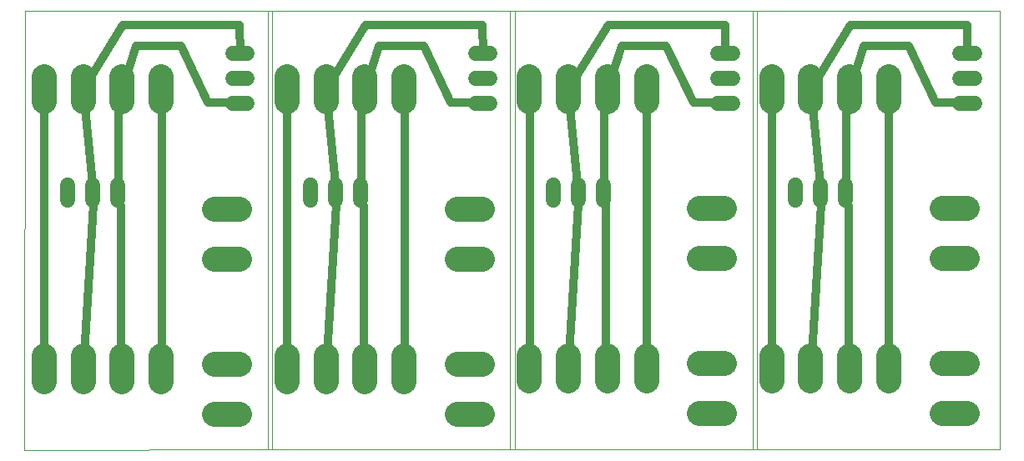
<source format=gtl>
G75*
%MOIN*%
%OFA0B0*%
%FSLAX25Y25*%
%IPPOS*%
%LPD*%
%AMOC8*
5,1,8,0,0,1.08239X$1,22.5*
%
%ADD10C,0.00000*%
%ADD11C,0.06000*%
%ADD12C,0.10039*%
%ADD13C,0.05937*%
%ADD14C,0.10000*%
%ADD15C,0.03200*%
D10*
X0001000Y0001000D02*
X0001200Y0176576D01*
X0099901Y0176576D01*
X0099901Y0001300D01*
X0001000Y0001000D01*
X0098213Y0001300D02*
X0098213Y0176576D01*
X0196914Y0176576D01*
X0196914Y0001300D01*
X0098213Y0001300D01*
X0195006Y0001370D02*
X0195006Y0176646D01*
X0293707Y0176646D01*
X0293707Y0001370D01*
X0195006Y0001370D01*
X0291809Y0001370D02*
X0291809Y0176646D01*
X0390510Y0176646D01*
X0390510Y0001370D01*
X0291809Y0001370D01*
D11*
X0308935Y0100929D02*
X0308935Y0106929D01*
X0318935Y0106929D02*
X0318935Y0100929D01*
X0328935Y0100929D02*
X0328935Y0106929D01*
X0232132Y0106929D02*
X0232132Y0100929D01*
X0222132Y0100929D02*
X0222132Y0106929D01*
X0212132Y0106929D02*
X0212132Y0100929D01*
X0135339Y0100859D02*
X0135339Y0106859D01*
X0125339Y0106859D02*
X0125339Y0100859D01*
X0115339Y0100859D02*
X0115339Y0106859D01*
X0038326Y0106859D02*
X0038326Y0100859D01*
X0028326Y0100859D02*
X0028326Y0106859D01*
X0018326Y0106859D02*
X0018326Y0100859D01*
D12*
X0024468Y0140217D02*
X0024468Y0150257D01*
X0040058Y0150257D02*
X0040058Y0140217D01*
X0055649Y0140217D02*
X0055649Y0150257D01*
X0008877Y0150257D02*
X0008877Y0140217D01*
X0105890Y0140217D02*
X0105890Y0150257D01*
X0121481Y0150257D02*
X0121481Y0140217D01*
X0137071Y0140217D02*
X0137071Y0150257D01*
X0152662Y0150257D02*
X0152662Y0140217D01*
X0202683Y0140287D02*
X0202683Y0150327D01*
X0218274Y0150327D02*
X0218274Y0140287D01*
X0233864Y0140287D02*
X0233864Y0150327D01*
X0249455Y0150327D02*
X0249455Y0140287D01*
X0299486Y0140287D02*
X0299486Y0150327D01*
X0315077Y0150327D02*
X0315077Y0140287D01*
X0330667Y0140287D02*
X0330667Y0150327D01*
X0346258Y0150327D02*
X0346258Y0140287D01*
X0346258Y0038516D02*
X0346258Y0028476D01*
X0330667Y0028476D02*
X0330667Y0038516D01*
X0315077Y0038516D02*
X0315077Y0028476D01*
X0299486Y0028476D02*
X0299486Y0038516D01*
X0249455Y0038516D02*
X0249455Y0028476D01*
X0233864Y0028476D02*
X0233864Y0038516D01*
X0218274Y0038516D02*
X0218274Y0028476D01*
X0202683Y0028476D02*
X0202683Y0038516D01*
X0152662Y0038446D02*
X0152662Y0028406D01*
X0137071Y0028406D02*
X0137071Y0038446D01*
X0121481Y0038446D02*
X0121481Y0028406D01*
X0105890Y0028406D02*
X0105890Y0038446D01*
X0055649Y0038446D02*
X0055649Y0028406D01*
X0040058Y0028406D02*
X0040058Y0038446D01*
X0024468Y0038446D02*
X0024468Y0028406D01*
X0008877Y0028406D02*
X0008877Y0038446D01*
D13*
X0084137Y0139450D02*
X0090074Y0139450D01*
X0090074Y0149450D02*
X0084137Y0149450D01*
X0084137Y0159450D02*
X0090074Y0159450D01*
X0181150Y0159450D02*
X0187087Y0159450D01*
X0187087Y0149450D02*
X0181150Y0149450D01*
X0181150Y0139450D02*
X0187087Y0139450D01*
X0277943Y0139520D02*
X0283880Y0139520D01*
X0283880Y0149520D02*
X0277943Y0149520D01*
X0277943Y0159520D02*
X0283880Y0159520D01*
X0374746Y0159520D02*
X0380683Y0159520D01*
X0380683Y0149520D02*
X0374746Y0149520D01*
X0374746Y0139520D02*
X0380683Y0139520D01*
D14*
X0377518Y0097488D02*
X0367518Y0097488D01*
X0367518Y0077488D02*
X0377518Y0077488D01*
X0377518Y0035488D02*
X0367518Y0035488D01*
X0367518Y0015488D02*
X0377518Y0015488D01*
X0280715Y0015488D02*
X0270715Y0015488D01*
X0270715Y0035488D02*
X0280715Y0035488D01*
X0280715Y0077488D02*
X0270715Y0077488D01*
X0270715Y0097488D02*
X0280715Y0097488D01*
X0183922Y0097418D02*
X0173922Y0097418D01*
X0173922Y0077418D02*
X0183922Y0077418D01*
X0183922Y0035418D02*
X0173922Y0035418D01*
X0173922Y0015418D02*
X0183922Y0015418D01*
X0086909Y0015418D02*
X0076909Y0015418D01*
X0076909Y0035418D02*
X0086909Y0035418D01*
X0086909Y0077418D02*
X0076909Y0077418D01*
X0076909Y0097418D02*
X0086909Y0097418D01*
D15*
X0125550Y0099363D02*
X0125339Y0103859D01*
X0125550Y0103900D01*
X0121613Y0144700D01*
X0121481Y0145237D01*
X0121613Y0145300D01*
X0137381Y0170911D01*
X0184013Y0170911D01*
X0184119Y0159450D01*
X0171413Y0139900D02*
X0160519Y0162606D01*
X0142707Y0162606D01*
X0137213Y0145300D01*
X0137071Y0145237D01*
X0136613Y0144700D01*
X0135750Y0135963D01*
X0135750Y0105869D01*
X0135339Y0103859D01*
X0135750Y0101331D01*
X0136613Y0098500D01*
X0136613Y0033700D01*
X0137071Y0033426D01*
X0121613Y0033700D02*
X0121481Y0033426D01*
X0121613Y0033700D02*
X0125550Y0099363D01*
X0039600Y0098500D02*
X0038737Y0101331D01*
X0038326Y0103859D01*
X0038737Y0105869D01*
X0038737Y0135963D01*
X0039600Y0144700D01*
X0040058Y0145237D01*
X0040200Y0145300D01*
X0045694Y0162606D01*
X0063506Y0162606D01*
X0074400Y0139900D01*
X0087000Y0139900D01*
X0087106Y0139450D01*
X0106013Y0144700D02*
X0105890Y0145237D01*
X0106013Y0144700D02*
X0106013Y0033700D01*
X0105890Y0033426D01*
X0152662Y0033426D02*
X0152813Y0033700D01*
X0152813Y0144700D01*
X0152662Y0145237D01*
X0171413Y0139900D02*
X0184013Y0139900D01*
X0184119Y0139450D01*
X0202806Y0144770D02*
X0202683Y0145307D01*
X0202806Y0144770D02*
X0202806Y0033770D01*
X0202683Y0033496D01*
X0218274Y0033496D02*
X0218406Y0033770D01*
X0222343Y0099433D01*
X0222132Y0103929D01*
X0222343Y0103970D01*
X0218406Y0144770D01*
X0218274Y0145307D01*
X0218406Y0145370D01*
X0234174Y0170981D01*
X0280806Y0170981D01*
X0280911Y0159520D01*
X0268206Y0139970D02*
X0257311Y0162676D01*
X0239500Y0162676D01*
X0234006Y0145370D01*
X0233864Y0145307D01*
X0233406Y0144770D01*
X0232543Y0136033D01*
X0232543Y0105939D01*
X0232132Y0103929D01*
X0232543Y0101402D01*
X0233406Y0098570D01*
X0233406Y0033770D01*
X0233864Y0033496D01*
X0249455Y0033496D02*
X0249606Y0033770D01*
X0249606Y0144770D01*
X0249455Y0145307D01*
X0268206Y0139970D02*
X0280806Y0139970D01*
X0280911Y0139520D01*
X0299609Y0144770D02*
X0299486Y0145307D01*
X0299609Y0144770D02*
X0299609Y0033770D01*
X0299486Y0033496D01*
X0315077Y0033496D02*
X0315209Y0033770D01*
X0319146Y0099433D01*
X0318935Y0103929D01*
X0319146Y0103970D01*
X0315209Y0144770D01*
X0315077Y0145307D01*
X0315209Y0145370D01*
X0330977Y0170981D01*
X0377609Y0170981D01*
X0377714Y0159520D01*
X0365009Y0139970D02*
X0354114Y0162676D01*
X0336303Y0162676D01*
X0330809Y0145370D01*
X0330667Y0145307D01*
X0330209Y0144770D01*
X0329346Y0136033D01*
X0329346Y0105939D01*
X0328935Y0103929D01*
X0329346Y0101402D01*
X0330209Y0098570D01*
X0330209Y0033770D01*
X0330667Y0033496D01*
X0346258Y0033496D02*
X0346409Y0033770D01*
X0346409Y0144770D01*
X0346258Y0145307D01*
X0365009Y0139970D02*
X0377609Y0139970D01*
X0377714Y0139520D01*
X0087106Y0159450D02*
X0087000Y0170911D01*
X0040369Y0170911D01*
X0024600Y0145300D01*
X0024468Y0145237D01*
X0024600Y0144700D01*
X0028537Y0103900D01*
X0028326Y0103859D01*
X0028537Y0099363D01*
X0024600Y0033700D01*
X0024468Y0033426D01*
X0039600Y0033700D02*
X0040058Y0033426D01*
X0039600Y0033700D02*
X0039600Y0098500D01*
X0055800Y0144700D02*
X0055649Y0145237D01*
X0055800Y0144700D02*
X0055800Y0033700D01*
X0055649Y0033426D01*
X0009000Y0033700D02*
X0008877Y0033426D01*
X0009000Y0033700D02*
X0009000Y0144700D01*
X0008877Y0145237D01*
M02*

</source>
